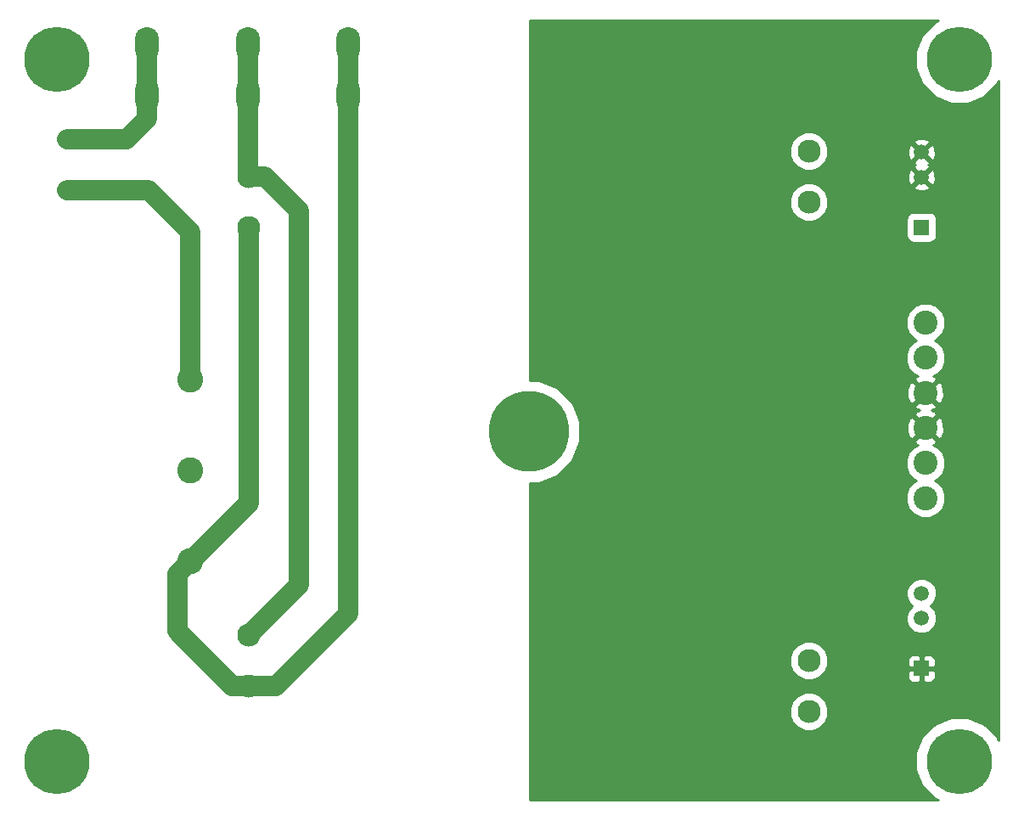
<source format=gbl>
G04 #@! TF.FileFunction,Copper,L2,Bot,Signal*
%FSLAX46Y46*%
G04 Gerber Fmt 4.6, Leading zero omitted, Abs format (unit mm)*
G04 Created by KiCad (PCBNEW 4.0.2-stable) date Monday, August 15, 2016 'AMt' 09:37:36 AM*
%MOMM*%
G01*
G04 APERTURE LIST*
%ADD10C,0.100000*%
%ADD11C,8.000000*%
%ADD12C,2.300000*%
%ADD13C,1.500000*%
%ADD14R,1.500000X1.500000*%
%ADD15C,0.700000*%
%ADD16O,2.400000X3.400000*%
%ADD17C,2.600000*%
%ADD18C,1.900000*%
%ADD19C,6.500000*%
%ADD20C,2.400000*%
%ADD21C,2.000000*%
%ADD22C,0.254000*%
G04 APERTURE END LIST*
D10*
D11*
X153540000Y-98600000D03*
D12*
X125600000Y-78280000D03*
X125600000Y-73200000D03*
X125600000Y-118920000D03*
X125600000Y-124000000D03*
X181480000Y-70660000D03*
X181480000Y-75740000D03*
X181480000Y-126540000D03*
X181480000Y-121460000D03*
D13*
X192700000Y-70750000D03*
D14*
X192700000Y-78250000D03*
D13*
X192700000Y-73250000D03*
D15*
X171500000Y-86500000D03*
X169500000Y-86500000D03*
X167500000Y-86500000D03*
X165500000Y-86500000D03*
X171500000Y-110500000D03*
X169500000Y-110500000D03*
X167500000Y-110500000D03*
X165500000Y-110500000D03*
X182500000Y-98500000D03*
X182500000Y-96500000D03*
X180500000Y-96500000D03*
X180500000Y-98500000D03*
X180500000Y-94500000D03*
X182500000Y-94500000D03*
X178500000Y-94500000D03*
X178500000Y-98500000D03*
X178500000Y-96500000D03*
X165500000Y-112500000D03*
X165500000Y-114500000D03*
X167500000Y-112500000D03*
X167500000Y-114500000D03*
X169500000Y-112500000D03*
X169500000Y-114500000D03*
X171500000Y-112500000D03*
X171500000Y-114500000D03*
X165500000Y-82500000D03*
X165500000Y-84500000D03*
X167500000Y-82500000D03*
X169500000Y-84500000D03*
X167500000Y-84500000D03*
X169500000Y-82500000D03*
X171500000Y-82500000D03*
X171500000Y-84500000D03*
X154500000Y-58500000D03*
X154500000Y-60500000D03*
X154500000Y-62500000D03*
X156500000Y-58500000D03*
X156500000Y-60500000D03*
X158500000Y-62500000D03*
X156500000Y-62500000D03*
X158500000Y-58500000D03*
X158500000Y-60500000D03*
X160500000Y-58500000D03*
X160500000Y-60500000D03*
X160500000Y-62500000D03*
X158500000Y-130500000D03*
X156500000Y-130500000D03*
X154500000Y-130500000D03*
X154500000Y-132500000D03*
X156500000Y-132500000D03*
X158500000Y-132500000D03*
X160500000Y-130500000D03*
X160500000Y-132500000D03*
X160500000Y-134500000D03*
X158500000Y-134500000D03*
X156500000Y-134500000D03*
X154500000Y-134500000D03*
D16*
X135500000Y-65040000D03*
X135500000Y-59960000D03*
X125500000Y-65040000D03*
X125500000Y-59960000D03*
X115500000Y-65040000D03*
X115500000Y-59960000D03*
D17*
X119800000Y-93450000D03*
X119800000Y-102500000D03*
X119800000Y-111550000D03*
D18*
X107500000Y-74540000D03*
X107500000Y-69460000D03*
D19*
X106500000Y-131500000D03*
X196500000Y-131500000D03*
X106500000Y-61500000D03*
X196500000Y-61500000D03*
D20*
X193100000Y-101750000D03*
X193100000Y-105250000D03*
X193100000Y-98250000D03*
X193100000Y-94750000D03*
X193100000Y-91250000D03*
X193100000Y-87750000D03*
D13*
X192700000Y-114750000D03*
D14*
X192700000Y-122250000D03*
D13*
X192700000Y-117250000D03*
D21*
X115500000Y-59960000D02*
X115500000Y-65040000D01*
X107500000Y-69460000D02*
X113460000Y-69460000D01*
X113460000Y-69460000D02*
X115500000Y-67420000D01*
X115500000Y-67420000D02*
X115500000Y-65040000D01*
X119800000Y-78700000D02*
X119800000Y-93450000D01*
X115640000Y-74540000D02*
X119800000Y-78700000D01*
X107500000Y-74540000D02*
X115640000Y-74540000D01*
X119800000Y-111550000D02*
X118500001Y-112849999D01*
X118500001Y-112849999D02*
X118500001Y-118526346D01*
X118500001Y-118526346D02*
X123973655Y-124000000D01*
X123973655Y-124000000D02*
X125600000Y-124000000D01*
X135500000Y-65040000D02*
X135500000Y-116800000D01*
X135500000Y-116800000D02*
X128300000Y-124000000D01*
X128300000Y-124000000D02*
X125600000Y-124000000D01*
X119800000Y-111550000D02*
X125600000Y-105750000D01*
X125600000Y-105750000D02*
X125600000Y-78280000D01*
X135500000Y-65080000D02*
X135500000Y-60000000D01*
X130600000Y-113920000D02*
X130600000Y-76573655D01*
X130600000Y-76573655D02*
X127226345Y-73200000D01*
X127226345Y-73200000D02*
X125600000Y-73200000D01*
X125600000Y-118920000D02*
X130600000Y-113920000D01*
X125500000Y-65040000D02*
X125500000Y-73100000D01*
X125500000Y-73100000D02*
X125600000Y-73200000D01*
X125500000Y-59960000D02*
X125500000Y-65040000D01*
D22*
G36*
X194023868Y-57787197D02*
X192791524Y-59017392D01*
X192123762Y-60625541D01*
X192122242Y-62366819D01*
X192787197Y-63976132D01*
X194017392Y-65208476D01*
X195625541Y-65876238D01*
X197366819Y-65877758D01*
X198976132Y-65212803D01*
X200208476Y-63982608D01*
X200373000Y-63586390D01*
X200373000Y-129411574D01*
X200212803Y-129023868D01*
X198982608Y-127791524D01*
X197374459Y-127123762D01*
X195633181Y-127122242D01*
X194023868Y-127787197D01*
X192791524Y-129017392D01*
X192123762Y-130625541D01*
X192122242Y-132366819D01*
X192787197Y-133976132D01*
X194017392Y-135208476D01*
X194413610Y-135373000D01*
X153627000Y-135373000D01*
X153627000Y-126921622D01*
X179552666Y-126921622D01*
X179845416Y-127630132D01*
X180387017Y-128172678D01*
X181095014Y-128466665D01*
X181861622Y-128467334D01*
X182570132Y-128174584D01*
X183112678Y-127632983D01*
X183406665Y-126924986D01*
X183407334Y-126158378D01*
X183114584Y-125449868D01*
X182572983Y-124907322D01*
X181864986Y-124613335D01*
X181098378Y-124612666D01*
X180389868Y-124905416D01*
X179847322Y-125447017D01*
X179553335Y-126155014D01*
X179552666Y-126921622D01*
X153627000Y-126921622D01*
X153627000Y-121841622D01*
X179552666Y-121841622D01*
X179845416Y-122550132D01*
X180387017Y-123092678D01*
X181095014Y-123386665D01*
X181861622Y-123387334D01*
X182570132Y-123094584D01*
X183112678Y-122552983D01*
X183119833Y-122535750D01*
X191315000Y-122535750D01*
X191315000Y-123126309D01*
X191411673Y-123359698D01*
X191590301Y-123538327D01*
X191823690Y-123635000D01*
X192414250Y-123635000D01*
X192573000Y-123476250D01*
X192573000Y-122377000D01*
X192827000Y-122377000D01*
X192827000Y-123476250D01*
X192985750Y-123635000D01*
X193576310Y-123635000D01*
X193809699Y-123538327D01*
X193988327Y-123359698D01*
X194085000Y-123126309D01*
X194085000Y-122535750D01*
X193926250Y-122377000D01*
X192827000Y-122377000D01*
X192573000Y-122377000D01*
X191473750Y-122377000D01*
X191315000Y-122535750D01*
X183119833Y-122535750D01*
X183406665Y-121844986D01*
X183407076Y-121373691D01*
X191315000Y-121373691D01*
X191315000Y-121964250D01*
X191473750Y-122123000D01*
X192573000Y-122123000D01*
X192573000Y-121023750D01*
X192827000Y-121023750D01*
X192827000Y-122123000D01*
X193926250Y-122123000D01*
X194085000Y-121964250D01*
X194085000Y-121373691D01*
X193988327Y-121140302D01*
X193809699Y-120961673D01*
X193576310Y-120865000D01*
X192985750Y-120865000D01*
X192827000Y-121023750D01*
X192573000Y-121023750D01*
X192414250Y-120865000D01*
X191823690Y-120865000D01*
X191590301Y-120961673D01*
X191411673Y-121140302D01*
X191315000Y-121373691D01*
X183407076Y-121373691D01*
X183407334Y-121078378D01*
X183114584Y-120369868D01*
X182572983Y-119827322D01*
X181864986Y-119533335D01*
X181098378Y-119532666D01*
X180389868Y-119825416D01*
X179847322Y-120367017D01*
X179553335Y-121075014D01*
X179552666Y-121841622D01*
X153627000Y-121841622D01*
X153627000Y-115052407D01*
X191172735Y-115052407D01*
X191404717Y-115613846D01*
X191790494Y-116000297D01*
X191406227Y-116383894D01*
X191173265Y-116944928D01*
X191172735Y-117552407D01*
X191404717Y-118113846D01*
X191833894Y-118543773D01*
X192394928Y-118776735D01*
X193002407Y-118777265D01*
X193563846Y-118545283D01*
X193993773Y-118116106D01*
X194226735Y-117555072D01*
X194227265Y-116947593D01*
X193995283Y-116386154D01*
X193609506Y-115999703D01*
X193993773Y-115616106D01*
X194226735Y-115055072D01*
X194227265Y-114447593D01*
X193995283Y-113886154D01*
X193566106Y-113456227D01*
X193005072Y-113223265D01*
X192397593Y-113222735D01*
X191836154Y-113454717D01*
X191406227Y-113883894D01*
X191173265Y-114444928D01*
X191172735Y-115052407D01*
X153627000Y-115052407D01*
X153627000Y-103727078D01*
X154555349Y-103727888D01*
X156440418Y-102948994D01*
X157249298Y-102141524D01*
X191122657Y-102141524D01*
X191423003Y-102868418D01*
X191978657Y-103425042D01*
X192158721Y-103499811D01*
X191981582Y-103573003D01*
X191424958Y-104128657D01*
X191123344Y-104855025D01*
X191122657Y-105641524D01*
X191423003Y-106368418D01*
X191978657Y-106925042D01*
X192705025Y-107226656D01*
X193491524Y-107227343D01*
X194218418Y-106926997D01*
X194775042Y-106371343D01*
X195076656Y-105644975D01*
X195077343Y-104858476D01*
X194776997Y-104131582D01*
X194221343Y-103574958D01*
X194041279Y-103500189D01*
X194218418Y-103426997D01*
X194775042Y-102871343D01*
X195076656Y-102144975D01*
X195077343Y-101358476D01*
X194776997Y-100631582D01*
X194221343Y-100074958D01*
X193868414Y-99928409D01*
X194094435Y-99834788D01*
X194217570Y-99547175D01*
X193100000Y-98429605D01*
X191982430Y-99547175D01*
X192105565Y-99834788D01*
X192341002Y-99924494D01*
X191981582Y-100073003D01*
X191424958Y-100628657D01*
X191123344Y-101355025D01*
X191122657Y-102141524D01*
X157249298Y-102141524D01*
X157883925Y-101508004D01*
X158666108Y-99624297D01*
X158667579Y-97937734D01*
X191255293Y-97937734D01*
X191276214Y-98667443D01*
X191515212Y-99244435D01*
X191802825Y-99367570D01*
X192920395Y-98250000D01*
X193279605Y-98250000D01*
X194397175Y-99367570D01*
X194684788Y-99244435D01*
X194944707Y-98562266D01*
X194923786Y-97832557D01*
X194684788Y-97255565D01*
X194397175Y-97132430D01*
X193279605Y-98250000D01*
X192920395Y-98250000D01*
X191802825Y-97132430D01*
X191515212Y-97255565D01*
X191255293Y-97937734D01*
X158667579Y-97937734D01*
X158667888Y-97584651D01*
X158032617Y-96047175D01*
X191982430Y-96047175D01*
X192105565Y-96334788D01*
X192521071Y-96493104D01*
X192105565Y-96665212D01*
X191982430Y-96952825D01*
X193100000Y-98070395D01*
X194217570Y-96952825D01*
X194094435Y-96665212D01*
X193678929Y-96506896D01*
X194094435Y-96334788D01*
X194217570Y-96047175D01*
X193100000Y-94929605D01*
X191982430Y-96047175D01*
X158032617Y-96047175D01*
X157888994Y-95699582D01*
X156629347Y-94437734D01*
X191255293Y-94437734D01*
X191276214Y-95167443D01*
X191515212Y-95744435D01*
X191802825Y-95867570D01*
X192920395Y-94750000D01*
X193279605Y-94750000D01*
X194397175Y-95867570D01*
X194684788Y-95744435D01*
X194944707Y-95062266D01*
X194923786Y-94332557D01*
X194684788Y-93755565D01*
X194397175Y-93632430D01*
X193279605Y-94750000D01*
X192920395Y-94750000D01*
X191802825Y-93632430D01*
X191515212Y-93755565D01*
X191255293Y-94437734D01*
X156629347Y-94437734D01*
X156448004Y-94256075D01*
X154564297Y-93473892D01*
X153627000Y-93473074D01*
X153627000Y-88141524D01*
X191122657Y-88141524D01*
X191423003Y-88868418D01*
X191978657Y-89425042D01*
X192158721Y-89499811D01*
X191981582Y-89573003D01*
X191424958Y-90128657D01*
X191123344Y-90855025D01*
X191122657Y-91641524D01*
X191423003Y-92368418D01*
X191978657Y-92925042D01*
X192331586Y-93071591D01*
X192105565Y-93165212D01*
X191982430Y-93452825D01*
X193100000Y-94570395D01*
X194217570Y-93452825D01*
X194094435Y-93165212D01*
X193858998Y-93075506D01*
X194218418Y-92926997D01*
X194775042Y-92371343D01*
X195076656Y-91644975D01*
X195077343Y-90858476D01*
X194776997Y-90131582D01*
X194221343Y-89574958D01*
X194041279Y-89500189D01*
X194218418Y-89426997D01*
X194775042Y-88871343D01*
X195076656Y-88144975D01*
X195077343Y-87358476D01*
X194776997Y-86631582D01*
X194221343Y-86074958D01*
X193494975Y-85773344D01*
X192708476Y-85772657D01*
X191981582Y-86073003D01*
X191424958Y-86628657D01*
X191123344Y-87355025D01*
X191122657Y-88141524D01*
X153627000Y-88141524D01*
X153627000Y-76121622D01*
X179552666Y-76121622D01*
X179845416Y-76830132D01*
X180387017Y-77372678D01*
X181095014Y-77666665D01*
X181861622Y-77667334D01*
X182266601Y-77500000D01*
X191157778Y-77500000D01*
X191157778Y-79000000D01*
X191211957Y-79287939D01*
X191382129Y-79552393D01*
X191641781Y-79729806D01*
X191950000Y-79792222D01*
X193450000Y-79792222D01*
X193737939Y-79738043D01*
X194002393Y-79567871D01*
X194179806Y-79308219D01*
X194242222Y-79000000D01*
X194242222Y-77500000D01*
X194188043Y-77212061D01*
X194017871Y-76947607D01*
X193758219Y-76770194D01*
X193450000Y-76707778D01*
X191950000Y-76707778D01*
X191662061Y-76761957D01*
X191397607Y-76932129D01*
X191220194Y-77191781D01*
X191157778Y-77500000D01*
X182266601Y-77500000D01*
X182570132Y-77374584D01*
X183112678Y-76832983D01*
X183406665Y-76124986D01*
X183407334Y-75358378D01*
X183114584Y-74649868D01*
X182686980Y-74221517D01*
X191908088Y-74221517D01*
X191976077Y-74462460D01*
X192495171Y-74647201D01*
X193045448Y-74619230D01*
X193423923Y-74462460D01*
X193491912Y-74221517D01*
X192700000Y-73429605D01*
X191908088Y-74221517D01*
X182686980Y-74221517D01*
X182572983Y-74107322D01*
X181864986Y-73813335D01*
X181098378Y-73812666D01*
X180389868Y-74105416D01*
X179847322Y-74647017D01*
X179553335Y-75355014D01*
X179552666Y-76121622D01*
X153627000Y-76121622D01*
X153627000Y-73045171D01*
X191302799Y-73045171D01*
X191330770Y-73595448D01*
X191487540Y-73973923D01*
X191728483Y-74041912D01*
X192520395Y-73250000D01*
X192879605Y-73250000D01*
X193671517Y-74041912D01*
X193912460Y-73973923D01*
X194097201Y-73454829D01*
X194069230Y-72904552D01*
X193912460Y-72526077D01*
X193671517Y-72458088D01*
X192879605Y-73250000D01*
X192520395Y-73250000D01*
X191728483Y-72458088D01*
X191487540Y-72526077D01*
X191302799Y-73045171D01*
X153627000Y-73045171D01*
X153627000Y-71041622D01*
X179552666Y-71041622D01*
X179845416Y-71750132D01*
X180387017Y-72292678D01*
X181095014Y-72586665D01*
X181861622Y-72587334D01*
X182570132Y-72294584D01*
X183112678Y-71752983D01*
X183125743Y-71721517D01*
X191908088Y-71721517D01*
X191976077Y-71962460D01*
X192073570Y-71997157D01*
X191976077Y-72037540D01*
X191908088Y-72278483D01*
X192700000Y-73070395D01*
X193491912Y-72278483D01*
X193423923Y-72037540D01*
X193326430Y-72002843D01*
X193423923Y-71962460D01*
X193491912Y-71721517D01*
X192700000Y-70929605D01*
X191908088Y-71721517D01*
X183125743Y-71721517D01*
X183406665Y-71044986D01*
X183407101Y-70545171D01*
X191302799Y-70545171D01*
X191330770Y-71095448D01*
X191487540Y-71473923D01*
X191728483Y-71541912D01*
X192520395Y-70750000D01*
X192879605Y-70750000D01*
X193671517Y-71541912D01*
X193912460Y-71473923D01*
X194097201Y-70954829D01*
X194069230Y-70404552D01*
X193912460Y-70026077D01*
X193671517Y-69958088D01*
X192879605Y-70750000D01*
X192520395Y-70750000D01*
X191728483Y-69958088D01*
X191487540Y-70026077D01*
X191302799Y-70545171D01*
X183407101Y-70545171D01*
X183407334Y-70278378D01*
X183200782Y-69778483D01*
X191908088Y-69778483D01*
X192700000Y-70570395D01*
X193491912Y-69778483D01*
X193423923Y-69537540D01*
X192904829Y-69352799D01*
X192354552Y-69380770D01*
X191976077Y-69537540D01*
X191908088Y-69778483D01*
X183200782Y-69778483D01*
X183114584Y-69569868D01*
X182572983Y-69027322D01*
X181864986Y-68733335D01*
X181098378Y-68732666D01*
X180389868Y-69025416D01*
X179847322Y-69567017D01*
X179553335Y-70275014D01*
X179552666Y-71041622D01*
X153627000Y-71041622D01*
X153627000Y-57627000D01*
X194411574Y-57627000D01*
X194023868Y-57787197D01*
X194023868Y-57787197D01*
G37*
X194023868Y-57787197D02*
X192791524Y-59017392D01*
X192123762Y-60625541D01*
X192122242Y-62366819D01*
X192787197Y-63976132D01*
X194017392Y-65208476D01*
X195625541Y-65876238D01*
X197366819Y-65877758D01*
X198976132Y-65212803D01*
X200208476Y-63982608D01*
X200373000Y-63586390D01*
X200373000Y-129411574D01*
X200212803Y-129023868D01*
X198982608Y-127791524D01*
X197374459Y-127123762D01*
X195633181Y-127122242D01*
X194023868Y-127787197D01*
X192791524Y-129017392D01*
X192123762Y-130625541D01*
X192122242Y-132366819D01*
X192787197Y-133976132D01*
X194017392Y-135208476D01*
X194413610Y-135373000D01*
X153627000Y-135373000D01*
X153627000Y-126921622D01*
X179552666Y-126921622D01*
X179845416Y-127630132D01*
X180387017Y-128172678D01*
X181095014Y-128466665D01*
X181861622Y-128467334D01*
X182570132Y-128174584D01*
X183112678Y-127632983D01*
X183406665Y-126924986D01*
X183407334Y-126158378D01*
X183114584Y-125449868D01*
X182572983Y-124907322D01*
X181864986Y-124613335D01*
X181098378Y-124612666D01*
X180389868Y-124905416D01*
X179847322Y-125447017D01*
X179553335Y-126155014D01*
X179552666Y-126921622D01*
X153627000Y-126921622D01*
X153627000Y-121841622D01*
X179552666Y-121841622D01*
X179845416Y-122550132D01*
X180387017Y-123092678D01*
X181095014Y-123386665D01*
X181861622Y-123387334D01*
X182570132Y-123094584D01*
X183112678Y-122552983D01*
X183119833Y-122535750D01*
X191315000Y-122535750D01*
X191315000Y-123126309D01*
X191411673Y-123359698D01*
X191590301Y-123538327D01*
X191823690Y-123635000D01*
X192414250Y-123635000D01*
X192573000Y-123476250D01*
X192573000Y-122377000D01*
X192827000Y-122377000D01*
X192827000Y-123476250D01*
X192985750Y-123635000D01*
X193576310Y-123635000D01*
X193809699Y-123538327D01*
X193988327Y-123359698D01*
X194085000Y-123126309D01*
X194085000Y-122535750D01*
X193926250Y-122377000D01*
X192827000Y-122377000D01*
X192573000Y-122377000D01*
X191473750Y-122377000D01*
X191315000Y-122535750D01*
X183119833Y-122535750D01*
X183406665Y-121844986D01*
X183407076Y-121373691D01*
X191315000Y-121373691D01*
X191315000Y-121964250D01*
X191473750Y-122123000D01*
X192573000Y-122123000D01*
X192573000Y-121023750D01*
X192827000Y-121023750D01*
X192827000Y-122123000D01*
X193926250Y-122123000D01*
X194085000Y-121964250D01*
X194085000Y-121373691D01*
X193988327Y-121140302D01*
X193809699Y-120961673D01*
X193576310Y-120865000D01*
X192985750Y-120865000D01*
X192827000Y-121023750D01*
X192573000Y-121023750D01*
X192414250Y-120865000D01*
X191823690Y-120865000D01*
X191590301Y-120961673D01*
X191411673Y-121140302D01*
X191315000Y-121373691D01*
X183407076Y-121373691D01*
X183407334Y-121078378D01*
X183114584Y-120369868D01*
X182572983Y-119827322D01*
X181864986Y-119533335D01*
X181098378Y-119532666D01*
X180389868Y-119825416D01*
X179847322Y-120367017D01*
X179553335Y-121075014D01*
X179552666Y-121841622D01*
X153627000Y-121841622D01*
X153627000Y-115052407D01*
X191172735Y-115052407D01*
X191404717Y-115613846D01*
X191790494Y-116000297D01*
X191406227Y-116383894D01*
X191173265Y-116944928D01*
X191172735Y-117552407D01*
X191404717Y-118113846D01*
X191833894Y-118543773D01*
X192394928Y-118776735D01*
X193002407Y-118777265D01*
X193563846Y-118545283D01*
X193993773Y-118116106D01*
X194226735Y-117555072D01*
X194227265Y-116947593D01*
X193995283Y-116386154D01*
X193609506Y-115999703D01*
X193993773Y-115616106D01*
X194226735Y-115055072D01*
X194227265Y-114447593D01*
X193995283Y-113886154D01*
X193566106Y-113456227D01*
X193005072Y-113223265D01*
X192397593Y-113222735D01*
X191836154Y-113454717D01*
X191406227Y-113883894D01*
X191173265Y-114444928D01*
X191172735Y-115052407D01*
X153627000Y-115052407D01*
X153627000Y-103727078D01*
X154555349Y-103727888D01*
X156440418Y-102948994D01*
X157249298Y-102141524D01*
X191122657Y-102141524D01*
X191423003Y-102868418D01*
X191978657Y-103425042D01*
X192158721Y-103499811D01*
X191981582Y-103573003D01*
X191424958Y-104128657D01*
X191123344Y-104855025D01*
X191122657Y-105641524D01*
X191423003Y-106368418D01*
X191978657Y-106925042D01*
X192705025Y-107226656D01*
X193491524Y-107227343D01*
X194218418Y-106926997D01*
X194775042Y-106371343D01*
X195076656Y-105644975D01*
X195077343Y-104858476D01*
X194776997Y-104131582D01*
X194221343Y-103574958D01*
X194041279Y-103500189D01*
X194218418Y-103426997D01*
X194775042Y-102871343D01*
X195076656Y-102144975D01*
X195077343Y-101358476D01*
X194776997Y-100631582D01*
X194221343Y-100074958D01*
X193868414Y-99928409D01*
X194094435Y-99834788D01*
X194217570Y-99547175D01*
X193100000Y-98429605D01*
X191982430Y-99547175D01*
X192105565Y-99834788D01*
X192341002Y-99924494D01*
X191981582Y-100073003D01*
X191424958Y-100628657D01*
X191123344Y-101355025D01*
X191122657Y-102141524D01*
X157249298Y-102141524D01*
X157883925Y-101508004D01*
X158666108Y-99624297D01*
X158667579Y-97937734D01*
X191255293Y-97937734D01*
X191276214Y-98667443D01*
X191515212Y-99244435D01*
X191802825Y-99367570D01*
X192920395Y-98250000D01*
X193279605Y-98250000D01*
X194397175Y-99367570D01*
X194684788Y-99244435D01*
X194944707Y-98562266D01*
X194923786Y-97832557D01*
X194684788Y-97255565D01*
X194397175Y-97132430D01*
X193279605Y-98250000D01*
X192920395Y-98250000D01*
X191802825Y-97132430D01*
X191515212Y-97255565D01*
X191255293Y-97937734D01*
X158667579Y-97937734D01*
X158667888Y-97584651D01*
X158032617Y-96047175D01*
X191982430Y-96047175D01*
X192105565Y-96334788D01*
X192521071Y-96493104D01*
X192105565Y-96665212D01*
X191982430Y-96952825D01*
X193100000Y-98070395D01*
X194217570Y-96952825D01*
X194094435Y-96665212D01*
X193678929Y-96506896D01*
X194094435Y-96334788D01*
X194217570Y-96047175D01*
X193100000Y-94929605D01*
X191982430Y-96047175D01*
X158032617Y-96047175D01*
X157888994Y-95699582D01*
X156629347Y-94437734D01*
X191255293Y-94437734D01*
X191276214Y-95167443D01*
X191515212Y-95744435D01*
X191802825Y-95867570D01*
X192920395Y-94750000D01*
X193279605Y-94750000D01*
X194397175Y-95867570D01*
X194684788Y-95744435D01*
X194944707Y-95062266D01*
X194923786Y-94332557D01*
X194684788Y-93755565D01*
X194397175Y-93632430D01*
X193279605Y-94750000D01*
X192920395Y-94750000D01*
X191802825Y-93632430D01*
X191515212Y-93755565D01*
X191255293Y-94437734D01*
X156629347Y-94437734D01*
X156448004Y-94256075D01*
X154564297Y-93473892D01*
X153627000Y-93473074D01*
X153627000Y-88141524D01*
X191122657Y-88141524D01*
X191423003Y-88868418D01*
X191978657Y-89425042D01*
X192158721Y-89499811D01*
X191981582Y-89573003D01*
X191424958Y-90128657D01*
X191123344Y-90855025D01*
X191122657Y-91641524D01*
X191423003Y-92368418D01*
X191978657Y-92925042D01*
X192331586Y-93071591D01*
X192105565Y-93165212D01*
X191982430Y-93452825D01*
X193100000Y-94570395D01*
X194217570Y-93452825D01*
X194094435Y-93165212D01*
X193858998Y-93075506D01*
X194218418Y-92926997D01*
X194775042Y-92371343D01*
X195076656Y-91644975D01*
X195077343Y-90858476D01*
X194776997Y-90131582D01*
X194221343Y-89574958D01*
X194041279Y-89500189D01*
X194218418Y-89426997D01*
X194775042Y-88871343D01*
X195076656Y-88144975D01*
X195077343Y-87358476D01*
X194776997Y-86631582D01*
X194221343Y-86074958D01*
X193494975Y-85773344D01*
X192708476Y-85772657D01*
X191981582Y-86073003D01*
X191424958Y-86628657D01*
X191123344Y-87355025D01*
X191122657Y-88141524D01*
X153627000Y-88141524D01*
X153627000Y-76121622D01*
X179552666Y-76121622D01*
X179845416Y-76830132D01*
X180387017Y-77372678D01*
X181095014Y-77666665D01*
X181861622Y-77667334D01*
X182266601Y-77500000D01*
X191157778Y-77500000D01*
X191157778Y-79000000D01*
X191211957Y-79287939D01*
X191382129Y-79552393D01*
X191641781Y-79729806D01*
X191950000Y-79792222D01*
X193450000Y-79792222D01*
X193737939Y-79738043D01*
X194002393Y-79567871D01*
X194179806Y-79308219D01*
X194242222Y-79000000D01*
X194242222Y-77500000D01*
X194188043Y-77212061D01*
X194017871Y-76947607D01*
X193758219Y-76770194D01*
X193450000Y-76707778D01*
X191950000Y-76707778D01*
X191662061Y-76761957D01*
X191397607Y-76932129D01*
X191220194Y-77191781D01*
X191157778Y-77500000D01*
X182266601Y-77500000D01*
X182570132Y-77374584D01*
X183112678Y-76832983D01*
X183406665Y-76124986D01*
X183407334Y-75358378D01*
X183114584Y-74649868D01*
X182686980Y-74221517D01*
X191908088Y-74221517D01*
X191976077Y-74462460D01*
X192495171Y-74647201D01*
X193045448Y-74619230D01*
X193423923Y-74462460D01*
X193491912Y-74221517D01*
X192700000Y-73429605D01*
X191908088Y-74221517D01*
X182686980Y-74221517D01*
X182572983Y-74107322D01*
X181864986Y-73813335D01*
X181098378Y-73812666D01*
X180389868Y-74105416D01*
X179847322Y-74647017D01*
X179553335Y-75355014D01*
X179552666Y-76121622D01*
X153627000Y-76121622D01*
X153627000Y-73045171D01*
X191302799Y-73045171D01*
X191330770Y-73595448D01*
X191487540Y-73973923D01*
X191728483Y-74041912D01*
X192520395Y-73250000D01*
X192879605Y-73250000D01*
X193671517Y-74041912D01*
X193912460Y-73973923D01*
X194097201Y-73454829D01*
X194069230Y-72904552D01*
X193912460Y-72526077D01*
X193671517Y-72458088D01*
X192879605Y-73250000D01*
X192520395Y-73250000D01*
X191728483Y-72458088D01*
X191487540Y-72526077D01*
X191302799Y-73045171D01*
X153627000Y-73045171D01*
X153627000Y-71041622D01*
X179552666Y-71041622D01*
X179845416Y-71750132D01*
X180387017Y-72292678D01*
X181095014Y-72586665D01*
X181861622Y-72587334D01*
X182570132Y-72294584D01*
X183112678Y-71752983D01*
X183125743Y-71721517D01*
X191908088Y-71721517D01*
X191976077Y-71962460D01*
X192073570Y-71997157D01*
X191976077Y-72037540D01*
X191908088Y-72278483D01*
X192700000Y-73070395D01*
X193491912Y-72278483D01*
X193423923Y-72037540D01*
X193326430Y-72002843D01*
X193423923Y-71962460D01*
X193491912Y-71721517D01*
X192700000Y-70929605D01*
X191908088Y-71721517D01*
X183125743Y-71721517D01*
X183406665Y-71044986D01*
X183407101Y-70545171D01*
X191302799Y-70545171D01*
X191330770Y-71095448D01*
X191487540Y-71473923D01*
X191728483Y-71541912D01*
X192520395Y-70750000D01*
X192879605Y-70750000D01*
X193671517Y-71541912D01*
X193912460Y-71473923D01*
X194097201Y-70954829D01*
X194069230Y-70404552D01*
X193912460Y-70026077D01*
X193671517Y-69958088D01*
X192879605Y-70750000D01*
X192520395Y-70750000D01*
X191728483Y-69958088D01*
X191487540Y-70026077D01*
X191302799Y-70545171D01*
X183407101Y-70545171D01*
X183407334Y-70278378D01*
X183200782Y-69778483D01*
X191908088Y-69778483D01*
X192700000Y-70570395D01*
X193491912Y-69778483D01*
X193423923Y-69537540D01*
X192904829Y-69352799D01*
X192354552Y-69380770D01*
X191976077Y-69537540D01*
X191908088Y-69778483D01*
X183200782Y-69778483D01*
X183114584Y-69569868D01*
X182572983Y-69027322D01*
X181864986Y-68733335D01*
X181098378Y-68732666D01*
X180389868Y-69025416D01*
X179847322Y-69567017D01*
X179553335Y-70275014D01*
X179552666Y-71041622D01*
X153627000Y-71041622D01*
X153627000Y-57627000D01*
X194411574Y-57627000D01*
X194023868Y-57787197D01*
M02*

</source>
